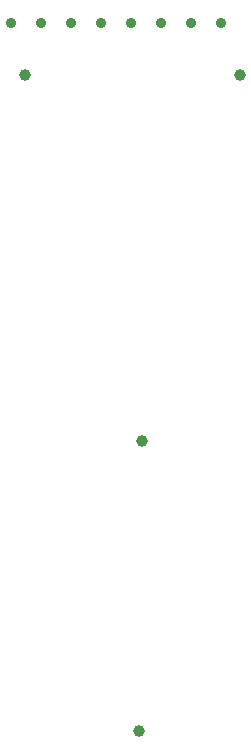
<source format=gbr>
M48
;DRILL file {Pcbnew (2013-may-18)-stable} date Пт 28 авг 2015 20:17:11
;FORMAT={-:-/ absolute / inch / decimal}
FMAT,2
INCH,TZ
T1C0.035
T2C0.039
%
G90
G05
M72
T1
X0.7482Y-0.9535
X0.7482Y-0.9535
X0.8482Y-0.9535
X0.8482Y-0.9535
X0.9482Y-0.9535
X0.9482Y-0.9535
X1.0482Y-0.9535
X1.0482Y-0.9535
X1.1482Y-0.9535
X1.1482Y-0.9535
X1.2482Y-0.9535
X1.2482Y-0.9535
X1.3482Y-0.9535
X1.3482Y-0.9535
X1.4482Y-0.9535
X1.4482Y-0.9535
T2
X0.795Y-1.125
X1.1744Y-3.3125
X1.185Y-2.345
X1.51Y-1.125
T0
M30

</source>
